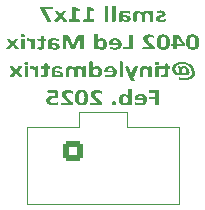
<source format=gbr>
%TF.GenerationSoftware,KiCad,Pcbnew,8.0.8*%
%TF.CreationDate,2025-02-26T00:32:30+01:00*%
%TF.ProjectId,matrixSAO,6d617472-6978-4534-914f-2e6b69636164,rev?*%
%TF.SameCoordinates,Original*%
%TF.FileFunction,Legend,Bot*%
%TF.FilePolarity,Positive*%
%FSLAX46Y46*%
G04 Gerber Fmt 4.6, Leading zero omitted, Abs format (unit mm)*
G04 Created by KiCad (PCBNEW 8.0.8) date 2025-02-26 00:32:30*
%MOMM*%
%LPD*%
G01*
G04 APERTURE LIST*
G04 Aperture macros list*
%AMRoundRect*
0 Rectangle with rounded corners*
0 $1 Rounding radius*
0 $2 $3 $4 $5 $6 $7 $8 $9 X,Y pos of 4 corners*
0 Add a 4 corners polygon primitive as box body*
4,1,4,$2,$3,$4,$5,$6,$7,$8,$9,$2,$3,0*
0 Add four circle primitives for the rounded corners*
1,1,$1+$1,$2,$3*
1,1,$1+$1,$4,$5*
1,1,$1+$1,$6,$7*
1,1,$1+$1,$8,$9*
0 Add four rect primitives between the rounded corners*
20,1,$1+$1,$2,$3,$4,$5,0*
20,1,$1+$1,$4,$5,$6,$7,0*
20,1,$1+$1,$6,$7,$8,$9,0*
20,1,$1+$1,$8,$9,$2,$3,0*%
G04 Aperture macros list end*
%ADD10C,0.250000*%
%ADD11C,0.120000*%
%ADD12RoundRect,0.250000X-0.600000X0.600000X-0.600000X-0.600000X0.600000X-0.600000X0.600000X0.600000X0*%
%ADD13C,1.700000*%
G04 APERTURE END LIST*
D10*
G36*
X82484969Y-116679106D02*
G01*
X82493518Y-116747579D01*
X82519163Y-116807333D01*
X82569864Y-116866845D01*
X82616189Y-116900341D01*
X82693696Y-116936321D01*
X82764078Y-116956077D01*
X82852875Y-116970182D01*
X82942916Y-116974865D01*
X82949153Y-116974884D01*
X83036427Y-116970460D01*
X83064130Y-116967019D01*
X83148238Y-116950826D01*
X83162010Y-116947187D01*
X83234245Y-116922225D01*
X83276133Y-116898631D01*
X83296649Y-116865805D01*
X83303915Y-116801178D01*
X83301778Y-116756384D01*
X83294512Y-116729371D01*
X83282117Y-116715693D01*
X83264165Y-116712274D01*
X83225269Y-116725951D01*
X83160728Y-116755700D01*
X83080824Y-116783144D01*
X83071396Y-116785791D01*
X82986766Y-116798934D01*
X82955137Y-116799810D01*
X82882474Y-116793314D01*
X82826909Y-116774165D01*
X82791433Y-116742364D01*
X82779465Y-116698254D01*
X82801691Y-116649015D01*
X82860676Y-116613111D01*
X82941121Y-116585224D01*
X82944024Y-116584388D01*
X83026770Y-116558956D01*
X83038912Y-116554981D01*
X83116269Y-116525150D01*
X83133800Y-116517368D01*
X83205004Y-116475020D01*
X83216721Y-116465735D01*
X83266860Y-116407600D01*
X83275705Y-116391876D01*
X83295761Y-116324554D01*
X83297931Y-116288610D01*
X83287384Y-116219422D01*
X83268012Y-116176112D01*
X83219893Y-116117875D01*
X83181244Y-116088575D01*
X83105506Y-116051199D01*
X83043614Y-116032155D01*
X82957487Y-116017024D01*
X82867816Y-116012000D01*
X82861531Y-116011981D01*
X82775558Y-116016693D01*
X82763650Y-116018136D01*
X82679724Y-116032286D01*
X82677310Y-116032839D01*
X82612769Y-116052330D01*
X82574728Y-116070110D01*
X82558486Y-116085156D01*
X82551220Y-116102937D01*
X82546946Y-116128582D01*
X82545236Y-116166196D01*
X82546946Y-116209622D01*
X82552930Y-116235951D01*
X82564470Y-116249287D01*
X82581140Y-116252706D01*
X82615334Y-116242448D01*
X82672181Y-116219880D01*
X82751682Y-116197654D01*
X82836545Y-116187313D01*
X82854264Y-116187054D01*
X82925217Y-116193551D01*
X82974371Y-116211674D01*
X83003436Y-116239371D01*
X83012839Y-116273223D01*
X82990185Y-116323146D01*
X82929919Y-116358366D01*
X82851179Y-116385414D01*
X82845288Y-116387089D01*
X82764201Y-116411540D01*
X82749118Y-116416496D01*
X82670784Y-116445667D01*
X82652947Y-116453425D01*
X82582210Y-116493866D01*
X82567890Y-116505058D01*
X82517056Y-116562638D01*
X82508050Y-116578233D01*
X82486795Y-116647486D01*
X82484969Y-116679106D01*
G37*
G36*
X80558137Y-116915044D02*
G01*
X80565404Y-116931799D01*
X80589767Y-116943425D01*
X80635501Y-116950606D01*
X80708591Y-116953000D01*
X80782963Y-116950606D01*
X80829125Y-116943767D01*
X80853488Y-116932141D01*
X80859899Y-116915386D01*
X80859899Y-116419231D01*
X80868324Y-116349178D01*
X80870158Y-116342637D01*
X80901360Y-116283139D01*
X80954360Y-116244500D01*
X81030442Y-116230822D01*
X81115781Y-116250858D01*
X81139863Y-116263648D01*
X81205003Y-116310099D01*
X81259969Y-116359392D01*
X81259969Y-116915386D01*
X81267235Y-116932141D01*
X81292026Y-116943767D01*
X81338188Y-116950606D01*
X81410423Y-116953000D01*
X81483940Y-116950606D01*
X81530102Y-116943767D01*
X81554465Y-116932141D01*
X81561731Y-116915386D01*
X81561731Y-116419231D01*
X81570156Y-116349178D01*
X81571989Y-116342637D01*
X81602764Y-116283139D01*
X81655337Y-116244500D01*
X81731419Y-116230822D01*
X81814366Y-116249287D01*
X81842122Y-116263648D01*
X81906857Y-116310099D01*
X81960946Y-116359392D01*
X81960946Y-116915386D01*
X81968212Y-116932141D01*
X81993003Y-116943767D01*
X82039165Y-116950606D01*
X82112682Y-116953000D01*
X82186199Y-116950606D01*
X82232361Y-116943767D01*
X82256724Y-116931799D01*
X82263990Y-116915044D01*
X82263990Y-116071820D01*
X82258006Y-116055065D01*
X82236635Y-116043439D01*
X82196030Y-116036258D01*
X82134053Y-116033865D01*
X82070367Y-116036258D01*
X82031471Y-116043439D01*
X82011382Y-116055065D01*
X82005398Y-116071478D01*
X82005398Y-116168931D01*
X81944378Y-116119703D01*
X81878040Y-116076506D01*
X81828444Y-116051304D01*
X81749554Y-116024423D01*
X81661761Y-116012326D01*
X81643797Y-116011981D01*
X81555406Y-116017810D01*
X81524545Y-116023265D01*
X81443322Y-116049366D01*
X81430084Y-116055749D01*
X81364416Y-116100856D01*
X81358704Y-116106356D01*
X81312198Y-116165273D01*
X81308268Y-116172009D01*
X81245796Y-116121814D01*
X81213807Y-116099517D01*
X81142462Y-116058853D01*
X81122766Y-116049936D01*
X81040998Y-116023373D01*
X81032579Y-116021555D01*
X80946126Y-116012018D01*
X80940255Y-116011981D01*
X80853219Y-116017478D01*
X80769577Y-116037225D01*
X80760309Y-116040704D01*
X80686664Y-116079232D01*
X80641913Y-116118324D01*
X80599192Y-116178635D01*
X80577371Y-116232874D01*
X80562946Y-116300407D01*
X80558137Y-116371702D01*
X80558137Y-116915044D01*
G37*
G36*
X79880217Y-116012870D02*
G01*
X79969573Y-116019503D01*
X80006268Y-116023921D01*
X80092671Y-116038652D01*
X80109958Y-116042335D01*
X80191407Y-116063956D01*
X80250391Y-116092337D01*
X80273045Y-116124821D01*
X80279029Y-116173718D01*
X80275609Y-116215777D01*
X80265351Y-116247577D01*
X80248254Y-116267752D01*
X80224746Y-116274591D01*
X80175165Y-116260913D01*
X80098655Y-116230822D01*
X80074933Y-116222787D01*
X79993509Y-116200732D01*
X79946666Y-116192397D01*
X79858443Y-116187054D01*
X79847789Y-116187141D01*
X79761845Y-116196970D01*
X79699441Y-116227745D01*
X79665674Y-116279720D01*
X79664432Y-116283651D01*
X79655416Y-116352553D01*
X79655416Y-116405896D01*
X79760135Y-116405896D01*
X79837699Y-116407275D01*
X79925061Y-116412708D01*
X80011033Y-116423334D01*
X80024412Y-116425545D01*
X80110303Y-116445133D01*
X80191834Y-116476335D01*
X80248541Y-116511416D01*
X80301255Y-116567291D01*
X80328824Y-116627302D01*
X80338013Y-116697228D01*
X80333287Y-116750306D01*
X80309376Y-116817933D01*
X80286666Y-116851451D01*
X80228165Y-116904444D01*
X80186091Y-116928198D01*
X80104212Y-116957103D01*
X80034194Y-116969865D01*
X79947347Y-116974884D01*
X79928118Y-116974580D01*
X79842753Y-116965137D01*
X79759280Y-116940348D01*
X79748773Y-116935944D01*
X79674548Y-116897380D01*
X79608399Y-116849050D01*
X79608399Y-116917438D01*
X79598141Y-116938638D01*
X79563519Y-116949580D01*
X79484446Y-116953000D01*
X79408364Y-116949922D01*
X79370323Y-116938980D01*
X79358355Y-116917780D01*
X79358355Y-116700990D01*
X79655416Y-116700990D01*
X79693121Y-116731624D01*
X79763982Y-116774849D01*
X79794846Y-116786915D01*
X79881096Y-116799810D01*
X79921048Y-116797457D01*
X79999493Y-116770062D01*
X80018193Y-116753648D01*
X80042235Y-116687996D01*
X80027275Y-116633286D01*
X79979831Y-116592595D01*
X79977782Y-116591556D01*
X79895629Y-116567633D01*
X79857547Y-116562766D01*
X79770820Y-116559085D01*
X79655416Y-116559085D01*
X79655416Y-116700990D01*
X79358355Y-116700990D01*
X79358355Y-116346740D01*
X79358459Y-116335891D01*
X79364980Y-116265187D01*
X79384856Y-116195602D01*
X79414016Y-116144402D01*
X79469058Y-116091653D01*
X79534775Y-116056262D01*
X79616520Y-116031471D01*
X79657362Y-116023877D01*
X79742544Y-116014722D01*
X79831942Y-116011981D01*
X79880217Y-116012870D01*
G37*
G36*
X78760388Y-116914702D02*
G01*
X78767654Y-116931457D01*
X78792445Y-116943425D01*
X78838607Y-116950606D01*
X78912124Y-116953000D01*
X78985641Y-116950606D01*
X79031803Y-116943425D01*
X79056166Y-116931457D01*
X79063432Y-116914702D01*
X79063432Y-115659099D01*
X79056166Y-115642002D01*
X79031803Y-115629008D01*
X78985641Y-115621143D01*
X78912124Y-115618066D01*
X78838607Y-115621143D01*
X78792445Y-115629008D01*
X78767654Y-115642002D01*
X78760388Y-115659099D01*
X78760388Y-116914702D01*
G37*
G36*
X78158573Y-116914702D02*
G01*
X78165840Y-116931457D01*
X78190630Y-116943425D01*
X78236792Y-116950606D01*
X78310309Y-116953000D01*
X78383826Y-116950606D01*
X78429988Y-116943425D01*
X78454352Y-116931457D01*
X78461618Y-116914702D01*
X78461618Y-115659099D01*
X78454352Y-115642002D01*
X78429988Y-115629008D01*
X78383826Y-115621143D01*
X78310309Y-115618066D01*
X78236792Y-115621143D01*
X78190630Y-115629008D01*
X78165840Y-115642002D01*
X78158573Y-115659099D01*
X78158573Y-116914702D01*
G37*
G36*
X76322356Y-116855889D02*
G01*
X76326203Y-116902050D01*
X76336461Y-116932141D01*
X76351421Y-116948212D01*
X76370227Y-116953000D01*
X77228497Y-116953000D01*
X77246876Y-116948212D01*
X77261836Y-116932141D01*
X77272094Y-116902050D01*
X77275513Y-116855889D01*
X77272521Y-116809043D01*
X77263118Y-116778268D01*
X77248158Y-116761513D01*
X77228497Y-116756042D01*
X76939130Y-116756042D01*
X76939130Y-115946328D01*
X77189174Y-116055749D01*
X77234481Y-116068743D01*
X77261836Y-116062930D01*
X77275941Y-116035233D01*
X77279360Y-115979838D01*
X77278078Y-115942909D01*
X77272094Y-115917947D01*
X77259271Y-115900850D01*
X77236190Y-115886831D01*
X76901944Y-115717912D01*
X76886984Y-115711757D01*
X76863476Y-115707996D01*
X76825435Y-115706286D01*
X76764741Y-115705602D01*
X76690796Y-115706970D01*
X76648481Y-115711757D01*
X76629247Y-115720990D01*
X76624118Y-115735351D01*
X76624118Y-116756042D01*
X76370655Y-116756042D01*
X76350566Y-116761513D01*
X76335178Y-116778268D01*
X76325348Y-116809043D01*
X76322356Y-116855889D01*
G37*
G36*
X75081114Y-116855889D02*
G01*
X75084960Y-116902050D01*
X75095219Y-116932141D01*
X75110178Y-116948212D01*
X75128985Y-116953000D01*
X75987255Y-116953000D01*
X76005634Y-116948212D01*
X76020594Y-116932141D01*
X76030852Y-116902050D01*
X76034271Y-116855889D01*
X76031279Y-116809043D01*
X76021876Y-116778268D01*
X76006916Y-116761513D01*
X75987255Y-116756042D01*
X75697888Y-116756042D01*
X75697888Y-115946328D01*
X75947931Y-116055749D01*
X75993238Y-116068743D01*
X76020594Y-116062930D01*
X76034699Y-116035233D01*
X76038118Y-115979838D01*
X76036836Y-115942909D01*
X76030852Y-115917947D01*
X76018029Y-115900850D01*
X75994948Y-115886831D01*
X75660702Y-115717912D01*
X75645742Y-115711757D01*
X75622234Y-115707996D01*
X75584193Y-115706286D01*
X75523498Y-115705602D01*
X75449554Y-115706970D01*
X75407239Y-115711757D01*
X75388005Y-115720990D01*
X75382876Y-115735351D01*
X75382876Y-116756042D01*
X75129413Y-116756042D01*
X75109324Y-116761513D01*
X75093936Y-116778268D01*
X75084106Y-116809043D01*
X75081114Y-116855889D01*
G37*
G36*
X73891590Y-116898289D02*
G01*
X73882614Y-116924618D01*
X73900138Y-116941715D01*
X73951857Y-116950606D01*
X74040597Y-116952997D01*
X74044181Y-116953000D01*
X74131375Y-116951632D01*
X74183094Y-116946161D01*
X74210876Y-116935561D01*
X74224554Y-116919831D01*
X74422879Y-116620292D01*
X74621204Y-116919831D01*
X74634454Y-116935561D01*
X74660527Y-116946161D01*
X74709254Y-116951632D01*
X74790892Y-116953000D01*
X74875095Y-116950606D01*
X74920829Y-116941715D01*
X74935789Y-116924618D01*
X74925531Y-116898289D01*
X74628471Y-116483174D01*
X74902450Y-116093362D01*
X74913990Y-116064639D01*
X74899031Y-116046175D01*
X74849022Y-116036942D01*
X74763119Y-116033877D01*
X74755843Y-116033865D01*
X74671213Y-116035233D01*
X74621204Y-116039678D01*
X74594704Y-116048568D01*
X74580171Y-116064297D01*
X74389113Y-116346056D01*
X74199336Y-116064297D01*
X74188650Y-116050962D01*
X74165997Y-116041387D01*
X74123254Y-116035916D01*
X74049310Y-116033865D01*
X73964680Y-116035916D01*
X73918945Y-116044465D01*
X73905695Y-116062930D01*
X73919372Y-116093362D01*
X74186086Y-116476335D01*
X73891590Y-116898289D01*
G37*
G36*
X72701639Y-115812288D02*
G01*
X72704203Y-115860843D01*
X72710615Y-115899140D01*
X72722155Y-115932993D01*
X72738825Y-115966845D01*
X73250880Y-116913676D01*
X73269686Y-116933851D01*
X73301316Y-116945819D01*
X73353889Y-116951632D01*
X73432535Y-116953000D01*
X73518531Y-116950742D01*
X73533408Y-116949580D01*
X73588118Y-116938980D01*
X73606925Y-116920857D01*
X73598376Y-116893502D01*
X73047853Y-115924444D01*
X73701813Y-115924444D01*
X73739854Y-115898115D01*
X73752056Y-115827953D01*
X73752249Y-115813997D01*
X73748830Y-115764758D01*
X73738572Y-115730564D01*
X73722757Y-115711415D01*
X73701813Y-115705602D01*
X72777293Y-115705602D01*
X72741389Y-115709022D01*
X72718736Y-115724067D01*
X72705913Y-115756551D01*
X72701639Y-115812288D01*
G37*
G36*
X85667965Y-118040159D02*
G01*
X85759717Y-118055304D01*
X85840256Y-118081196D01*
X85892001Y-118106243D01*
X85960102Y-118153111D01*
X86016782Y-118211133D01*
X86020993Y-118216469D01*
X86062523Y-118279831D01*
X86092652Y-118344867D01*
X86115517Y-118416981D01*
X86127342Y-118471115D01*
X86138278Y-118544610D01*
X86143968Y-118613618D01*
X86145865Y-118686088D01*
X86145008Y-118741402D01*
X86141201Y-118811714D01*
X86133278Y-118886114D01*
X86121501Y-118955537D01*
X86104683Y-119019577D01*
X86076321Y-119089989D01*
X86035589Y-119156939D01*
X86002116Y-119195728D01*
X85941789Y-119244855D01*
X85869321Y-119283115D01*
X85856015Y-119288415D01*
X85775136Y-119311454D01*
X85690303Y-119323422D01*
X85604744Y-119326884D01*
X85511195Y-119322476D01*
X85419283Y-119307445D01*
X85338886Y-119281748D01*
X85286954Y-119256551D01*
X85218673Y-119209539D01*
X85161932Y-119151468D01*
X85157722Y-119146134D01*
X85116311Y-119082867D01*
X85086467Y-119018058D01*
X85064052Y-118946304D01*
X85052227Y-118892255D01*
X85041291Y-118818675D01*
X85035601Y-118749411D01*
X85034043Y-118689508D01*
X85352136Y-118689508D01*
X85353075Y-118755970D01*
X85356411Y-118824574D01*
X85360208Y-118865199D01*
X85372225Y-118934678D01*
X85376648Y-118952478D01*
X85401718Y-119020163D01*
X85402848Y-119022459D01*
X85446597Y-119081371D01*
X85509856Y-119117958D01*
X85592777Y-119129926D01*
X85615547Y-119129193D01*
X85699633Y-119109068D01*
X85723352Y-119094874D01*
X85772295Y-119036235D01*
X85774044Y-119032951D01*
X85799298Y-118966403D01*
X85813755Y-118896381D01*
X85814570Y-118890823D01*
X85822334Y-118817140D01*
X85825957Y-118745894D01*
X85827005Y-118674120D01*
X85826494Y-118627275D01*
X85823238Y-118553135D01*
X85816320Y-118481608D01*
X85802426Y-118410041D01*
X85778279Y-118343464D01*
X85761611Y-118314496D01*
X85705189Y-118260373D01*
X85673692Y-118245767D01*
X85587647Y-118232676D01*
X85513276Y-118241566D01*
X85453009Y-118270973D01*
X85408129Y-118327051D01*
X85399126Y-118345473D01*
X85376927Y-118412536D01*
X85367016Y-118460286D01*
X85358120Y-118531873D01*
X85356718Y-118549296D01*
X85353124Y-118620437D01*
X85352136Y-118689508D01*
X85034043Y-118689508D01*
X85033705Y-118676514D01*
X85034561Y-118621200D01*
X85038368Y-118550888D01*
X85046291Y-118476488D01*
X85058068Y-118407065D01*
X85074473Y-118343024D01*
X85102513Y-118272613D01*
X85143125Y-118205662D01*
X85176465Y-118166874D01*
X85236892Y-118117746D01*
X85309821Y-118079487D01*
X85323178Y-118074187D01*
X85404282Y-118051148D01*
X85489233Y-118039180D01*
X85574825Y-118035718D01*
X85667965Y-118040159D01*
G37*
G36*
X84194844Y-118057620D02*
G01*
X84280582Y-118059654D01*
X84346405Y-118065809D01*
X84386583Y-118076409D01*
X84406672Y-118091113D01*
X84890090Y-118770205D01*
X84910179Y-118804399D01*
X84922147Y-118838251D01*
X84928131Y-118878600D01*
X84929840Y-118930917D01*
X84925566Y-118990073D01*
X84912316Y-119024267D01*
X84890090Y-119039312D01*
X84860170Y-119042390D01*
X84264767Y-119042390D01*
X84264767Y-119266702D01*
X84258356Y-119283457D01*
X84234420Y-119295425D01*
X84187403Y-119302606D01*
X84114741Y-119305000D01*
X84040369Y-119302606D01*
X83993352Y-119295425D01*
X83968134Y-119283457D01*
X83960868Y-119266702D01*
X83960868Y-119042390D01*
X83822810Y-119042390D01*
X83788616Y-119017770D01*
X83786324Y-119012888D01*
X83775793Y-118944937D01*
X83775848Y-118938346D01*
X83789898Y-118868342D01*
X83822810Y-118845432D01*
X83960868Y-118845432D01*
X84264767Y-118845432D01*
X84677232Y-118845432D01*
X84267332Y-118276444D01*
X84264767Y-118276444D01*
X84264767Y-118845432D01*
X83960868Y-118845432D01*
X83960868Y-118098977D01*
X83972836Y-118080854D01*
X84010877Y-118067861D01*
X84080120Y-118059996D01*
X84096939Y-118059183D01*
X84184411Y-118057602D01*
X84194844Y-118057620D01*
G37*
G36*
X83185481Y-118040159D02*
G01*
X83277232Y-118055304D01*
X83357771Y-118081196D01*
X83409516Y-118106243D01*
X83477617Y-118153111D01*
X83534298Y-118211133D01*
X83538509Y-118216469D01*
X83580039Y-118279831D01*
X83610167Y-118344867D01*
X83633033Y-118416981D01*
X83644858Y-118471115D01*
X83655793Y-118544610D01*
X83661484Y-118613618D01*
X83663380Y-118686088D01*
X83662524Y-118741402D01*
X83658717Y-118811714D01*
X83650794Y-118886114D01*
X83639017Y-118955537D01*
X83622198Y-119019577D01*
X83593837Y-119089989D01*
X83553105Y-119156939D01*
X83519632Y-119195728D01*
X83459305Y-119244855D01*
X83386836Y-119283115D01*
X83373531Y-119288415D01*
X83292652Y-119311454D01*
X83207818Y-119323422D01*
X83122260Y-119326884D01*
X83028711Y-119322476D01*
X82936799Y-119307445D01*
X82856402Y-119281748D01*
X82804470Y-119256551D01*
X82736189Y-119209539D01*
X82679448Y-119151468D01*
X82675238Y-119146134D01*
X82633827Y-119082867D01*
X82603982Y-119018058D01*
X82581568Y-118946304D01*
X82569743Y-118892255D01*
X82558807Y-118818675D01*
X82553117Y-118749411D01*
X82551558Y-118689508D01*
X82869652Y-118689508D01*
X82870591Y-118755970D01*
X82873926Y-118824574D01*
X82877723Y-118865199D01*
X82889741Y-118934678D01*
X82894164Y-118952478D01*
X82919233Y-119020163D01*
X82920364Y-119022459D01*
X82964113Y-119081371D01*
X83027372Y-119117958D01*
X83110292Y-119129926D01*
X83133063Y-119129193D01*
X83217149Y-119109068D01*
X83240868Y-119094874D01*
X83289811Y-119036235D01*
X83291559Y-119032951D01*
X83316814Y-118966403D01*
X83331271Y-118896381D01*
X83332086Y-118890823D01*
X83339850Y-118817140D01*
X83343473Y-118745894D01*
X83344521Y-118674120D01*
X83344010Y-118627275D01*
X83340754Y-118553135D01*
X83333836Y-118481608D01*
X83319942Y-118410041D01*
X83295795Y-118343464D01*
X83279126Y-118314496D01*
X83222705Y-118260373D01*
X83191207Y-118245767D01*
X83105163Y-118232676D01*
X83030791Y-118241566D01*
X82970524Y-118270973D01*
X82925645Y-118327051D01*
X82916642Y-118345473D01*
X82894443Y-118412536D01*
X82884532Y-118460286D01*
X82875636Y-118531873D01*
X82874233Y-118549296D01*
X82870640Y-118620437D01*
X82869652Y-118689508D01*
X82551558Y-118689508D01*
X82551220Y-118676514D01*
X82552077Y-118621200D01*
X82555884Y-118550888D01*
X82563806Y-118476488D01*
X82575584Y-118407065D01*
X82591989Y-118343024D01*
X82620029Y-118272613D01*
X82660641Y-118205662D01*
X82693980Y-118166874D01*
X82754408Y-118117746D01*
X82827337Y-118079487D01*
X82840694Y-118074187D01*
X82921798Y-118051148D01*
X83006749Y-118039180D01*
X83092340Y-118035718D01*
X83185481Y-118040159D01*
G37*
G36*
X81341180Y-119206179D02*
G01*
X81344172Y-119251999D01*
X81353148Y-119282773D01*
X81368963Y-119299870D01*
X81390334Y-119305000D01*
X82284935Y-119305000D01*
X82330242Y-119301238D01*
X82361871Y-119286877D01*
X82379396Y-119255418D01*
X82384525Y-119202418D01*
X82381105Y-119149417D01*
X82367855Y-119110436D01*
X82343064Y-119076584D01*
X82304169Y-119040680D01*
X82034891Y-118799270D01*
X81974751Y-118746791D01*
X81918157Y-118691148D01*
X81905381Y-118677198D01*
X81856635Y-118618017D01*
X81828445Y-118576325D01*
X81796628Y-118511827D01*
X81790404Y-118492208D01*
X81780186Y-118423707D01*
X81780146Y-118419375D01*
X81792968Y-118355432D01*
X81830154Y-118302773D01*
X81892131Y-118267554D01*
X81976614Y-118254573D01*
X81979753Y-118254560D01*
X82065884Y-118260303D01*
X82105416Y-118267896D01*
X82185573Y-118291823D01*
X82201587Y-118297986D01*
X82270830Y-118328419D01*
X82314000Y-118342096D01*
X82332379Y-118336625D01*
X82345202Y-118318503D01*
X82352895Y-118283967D01*
X82355887Y-118231308D01*
X82354177Y-118196088D01*
X82349048Y-118171468D01*
X82339218Y-118153004D01*
X82318274Y-118134197D01*
X82262709Y-118106500D01*
X82181519Y-118078622D01*
X82163546Y-118073674D01*
X82080974Y-118054789D01*
X82033609Y-118046660D01*
X81947243Y-118037524D01*
X81885720Y-118035718D01*
X81799006Y-118039180D01*
X81708779Y-118051971D01*
X81673717Y-118060338D01*
X81595221Y-118087626D01*
X81522836Y-118128726D01*
X81464773Y-118183159D01*
X81433077Y-118232676D01*
X81410065Y-118299224D01*
X81403584Y-118362271D01*
X81408708Y-118434231D01*
X81418117Y-118482634D01*
X81444338Y-118552105D01*
X81478384Y-118610177D01*
X81525309Y-118672831D01*
X81577121Y-118731014D01*
X81607039Y-118761657D01*
X81664123Y-118815980D01*
X81724493Y-118869325D01*
X81785307Y-118920284D01*
X81826735Y-118953827D01*
X82008391Y-119108042D01*
X81395463Y-119108042D01*
X81373237Y-119113513D01*
X81355713Y-119130610D01*
X81345027Y-119161385D01*
X81341180Y-119206179D01*
G37*
G36*
X79671231Y-119194211D02*
G01*
X79674223Y-119245160D01*
X79683199Y-119279354D01*
X79698159Y-119299187D01*
X79719102Y-119305000D01*
X80432047Y-119305000D01*
X80498726Y-119286535D01*
X80525653Y-119225327D01*
X80525653Y-118097951D01*
X80517960Y-118080854D01*
X80491887Y-118068203D01*
X80443588Y-118060680D01*
X80367079Y-118057602D01*
X80290142Y-118060680D01*
X80242271Y-118068203D01*
X80216625Y-118080512D01*
X80208504Y-118097609D01*
X80208504Y-119086158D01*
X79719102Y-119086158D01*
X79698159Y-119091629D01*
X79683199Y-119109752D01*
X79674223Y-119143262D01*
X79671231Y-119194211D01*
G37*
G36*
X79077753Y-118365584D02*
G01*
X79165469Y-118375794D01*
X79252354Y-118397491D01*
X79289420Y-118411115D01*
X79362306Y-118447892D01*
X79425034Y-118494602D01*
X79454460Y-118523769D01*
X79500535Y-118585056D01*
X79533173Y-118649842D01*
X79554344Y-118715277D01*
X79566727Y-118786044D01*
X79570359Y-118855006D01*
X79567552Y-118919919D01*
X79556501Y-118992717D01*
X79534882Y-119063932D01*
X79522899Y-119090971D01*
X79483341Y-119154320D01*
X79427171Y-119211308D01*
X79403742Y-119228756D01*
X79329036Y-119269970D01*
X79247653Y-119298161D01*
X79169409Y-119314514D01*
X79082782Y-119324079D01*
X78996754Y-119326884D01*
X78934059Y-119325416D01*
X78848010Y-119317993D01*
X78809865Y-119312941D01*
X78724057Y-119297819D01*
X78717349Y-119296321D01*
X78635153Y-119273541D01*
X78592410Y-119254734D01*
X78579587Y-119241399D01*
X78572749Y-119223960D01*
X78568902Y-119198998D01*
X78567620Y-119163778D01*
X78569329Y-119125139D01*
X78576168Y-119101203D01*
X78588136Y-119089577D01*
X78606088Y-119086158D01*
X78653105Y-119096416D01*
X78725767Y-119118984D01*
X78745805Y-119124272D01*
X78830059Y-119141552D01*
X78881923Y-119148194D01*
X78969399Y-119151810D01*
X79015890Y-119150208D01*
X79103183Y-119135397D01*
X79123459Y-119128713D01*
X79194652Y-119087526D01*
X79209252Y-119073124D01*
X79246370Y-119011273D01*
X79254936Y-118982095D01*
X79262613Y-118911085D01*
X78609935Y-118911085D01*
X78541974Y-118889884D01*
X78517183Y-118824232D01*
X78517183Y-118785593D01*
X78517886Y-118757896D01*
X78810397Y-118757896D01*
X79262613Y-118757896D01*
X79261215Y-118741034D01*
X79245088Y-118672411D01*
X79242167Y-118665002D01*
X79201918Y-118602997D01*
X79198335Y-118599369D01*
X79130966Y-118556493D01*
X79117243Y-118551469D01*
X79030521Y-118539054D01*
X79016488Y-118539282D01*
X78931251Y-118553672D01*
X78861688Y-118597526D01*
X78843215Y-118620875D01*
X78816007Y-118687418D01*
X78810397Y-118757896D01*
X78517886Y-118757896D01*
X78517893Y-118757601D01*
X78526380Y-118687871D01*
X78546248Y-118617700D01*
X78549957Y-118608122D01*
X78585964Y-118541479D01*
X78636435Y-118484002D01*
X78648200Y-118473639D01*
X78716151Y-118428319D01*
X78793300Y-118395781D01*
X78850026Y-118380409D01*
X78935337Y-118367738D01*
X79023255Y-118363981D01*
X79077753Y-118365584D01*
G37*
G36*
X77481960Y-117973143D02*
G01*
X77528122Y-117981350D01*
X77552058Y-117994344D01*
X77558469Y-118011782D01*
X77558469Y-118478872D01*
X77562985Y-118475373D01*
X77631025Y-118429291D01*
X77704221Y-118393387D01*
X77781585Y-118371332D01*
X77867497Y-118363981D01*
X77902524Y-118364824D01*
X77987636Y-118374908D01*
X78069669Y-118398517D01*
X78080510Y-118402950D01*
X78154686Y-118443607D01*
X78216276Y-118497337D01*
X78234020Y-118517979D01*
X78276375Y-118582793D01*
X78306035Y-118652236D01*
X78323313Y-118717321D01*
X78333419Y-118787982D01*
X78336383Y-118857058D01*
X78335237Y-118898072D01*
X78327944Y-118966401D01*
X78312447Y-119037602D01*
X78305902Y-119058642D01*
X78275842Y-119127065D01*
X78234656Y-119187372D01*
X78227855Y-119195263D01*
X78169082Y-119247977D01*
X78096597Y-119289270D01*
X78063524Y-119302053D01*
X77975950Y-119321594D01*
X77889296Y-119326884D01*
X77861934Y-119326269D01*
X77771111Y-119314442D01*
X77687979Y-119287561D01*
X77648537Y-119268851D01*
X77577349Y-119226118D01*
X77514017Y-119177456D01*
X77514017Y-119268412D01*
X77507606Y-119285167D01*
X77485807Y-119296793D01*
X77446911Y-119303290D01*
X77384080Y-119305000D01*
X77323813Y-119303290D01*
X77284490Y-119296451D01*
X77263973Y-119284483D01*
X77257989Y-119266702D01*
X77257989Y-118701817D01*
X77558469Y-118701817D01*
X77558469Y-118985286D01*
X77572684Y-118999855D01*
X77629422Y-119052990D01*
X77692681Y-119097784D01*
X77752520Y-119122404D01*
X77813214Y-119129926D01*
X77836010Y-119129073D01*
X77917079Y-119105648D01*
X77931750Y-119095851D01*
X77982475Y-119040338D01*
X77996408Y-119013624D01*
X78017951Y-118947330D01*
X78024035Y-118911274D01*
X78028637Y-118840645D01*
X78027426Y-118808394D01*
X78016241Y-118739089D01*
X78009029Y-118714897D01*
X77977773Y-118649501D01*
X77969218Y-118637292D01*
X77908958Y-118585216D01*
X77892358Y-118576965D01*
X77807231Y-118560938D01*
X77759285Y-118566035D01*
X77682850Y-118597184D01*
X77679131Y-118599480D01*
X77614253Y-118648130D01*
X77558469Y-118701817D01*
X77257989Y-118701817D01*
X77257989Y-118011099D01*
X77265256Y-117994002D01*
X77289191Y-117981350D01*
X77334926Y-117973143D01*
X77408443Y-117970066D01*
X77481960Y-117973143D01*
G37*
G36*
X74575470Y-119264651D02*
G01*
X74582309Y-119282090D01*
X74606245Y-119294399D01*
X74652407Y-119302264D01*
X74725496Y-119305000D01*
X74798159Y-119302264D01*
X74843466Y-119294399D01*
X74867401Y-119282090D01*
X74874668Y-119264651D01*
X74874668Y-118254560D01*
X74877232Y-118254560D01*
X75328166Y-119263625D01*
X75343980Y-119284483D01*
X75373473Y-119297477D01*
X75420917Y-119303632D01*
X75490160Y-119305000D01*
X75560257Y-119302606D01*
X75607702Y-119295083D01*
X75637194Y-119282090D01*
X75651299Y-119263625D01*
X76086418Y-118254560D01*
X76088982Y-118254560D01*
X76088982Y-119264651D01*
X76095821Y-119282090D01*
X76120184Y-119294399D01*
X76166346Y-119302264D01*
X76239008Y-119305000D01*
X76311671Y-119302264D01*
X76357832Y-119294399D01*
X76381768Y-119282090D01*
X76388180Y-119264651D01*
X76388180Y-118158475D01*
X76365054Y-118092270D01*
X76355695Y-118083590D01*
X76276004Y-118057704D01*
X76269355Y-118057602D01*
X76062482Y-118057602D01*
X75975109Y-118063500D01*
X75967593Y-118064783D01*
X75899205Y-118088719D01*
X75850906Y-118132829D01*
X75818053Y-118198024D01*
X75817140Y-118200533D01*
X75480756Y-118940491D01*
X75476055Y-118940491D01*
X75127276Y-118202585D01*
X75095369Y-118138050D01*
X75093082Y-118134539D01*
X75049912Y-118089403D01*
X74991355Y-118064783D01*
X74913136Y-118057602D01*
X74700706Y-118057602D01*
X74644713Y-118064441D01*
X74606245Y-118083932D01*
X74583591Y-118115732D01*
X74575470Y-118158475D01*
X74575470Y-119264651D01*
G37*
G36*
X73874042Y-118364870D02*
G01*
X73963398Y-118371503D01*
X74000093Y-118375921D01*
X74086496Y-118390652D01*
X74103783Y-118394335D01*
X74185231Y-118415956D01*
X74244216Y-118444337D01*
X74266869Y-118476821D01*
X74272853Y-118525718D01*
X74269434Y-118567777D01*
X74259176Y-118599577D01*
X74242079Y-118619752D01*
X74218570Y-118626591D01*
X74168989Y-118612913D01*
X74092480Y-118582822D01*
X74068758Y-118574787D01*
X73987333Y-118552732D01*
X73940490Y-118544397D01*
X73852267Y-118539054D01*
X73841613Y-118539141D01*
X73755669Y-118548970D01*
X73693265Y-118579745D01*
X73659498Y-118631720D01*
X73658256Y-118635651D01*
X73649240Y-118704553D01*
X73649240Y-118757896D01*
X73753959Y-118757896D01*
X73831523Y-118759275D01*
X73918885Y-118764708D01*
X74004858Y-118775334D01*
X74018237Y-118777545D01*
X74104127Y-118797133D01*
X74185659Y-118828335D01*
X74242366Y-118863416D01*
X74295079Y-118919291D01*
X74322648Y-118979302D01*
X74331838Y-119049228D01*
X74327112Y-119102306D01*
X74303201Y-119169933D01*
X74280491Y-119203451D01*
X74221990Y-119256444D01*
X74179915Y-119280198D01*
X74098037Y-119309103D01*
X74028019Y-119321865D01*
X73941172Y-119326884D01*
X73921942Y-119326580D01*
X73836578Y-119317137D01*
X73753105Y-119292348D01*
X73742598Y-119287944D01*
X73668372Y-119249380D01*
X73602224Y-119201050D01*
X73602224Y-119269438D01*
X73591965Y-119290638D01*
X73557344Y-119301580D01*
X73478270Y-119305000D01*
X73402189Y-119301922D01*
X73364148Y-119290980D01*
X73352180Y-119269780D01*
X73352180Y-119052990D01*
X73649240Y-119052990D01*
X73686946Y-119083624D01*
X73757806Y-119126849D01*
X73788671Y-119138915D01*
X73874921Y-119151810D01*
X73914873Y-119149457D01*
X73993317Y-119122062D01*
X74012017Y-119105648D01*
X74036060Y-119039996D01*
X74021100Y-118985286D01*
X73973656Y-118944595D01*
X73971607Y-118943556D01*
X73889453Y-118919633D01*
X73851371Y-118914766D01*
X73764645Y-118911085D01*
X73649240Y-118911085D01*
X73649240Y-119052990D01*
X73352180Y-119052990D01*
X73352180Y-118698740D01*
X73352283Y-118687891D01*
X73358805Y-118617187D01*
X73378680Y-118547602D01*
X73407840Y-118496402D01*
X73462883Y-118443653D01*
X73528600Y-118408262D01*
X73610345Y-118383471D01*
X73651186Y-118375877D01*
X73736368Y-118366722D01*
X73825767Y-118363981D01*
X73874042Y-118364870D01*
G37*
G36*
X72444757Y-119194211D02*
G01*
X72451595Y-119257470D01*
X72469120Y-119288244D01*
X72500749Y-119304316D01*
X72549903Y-119316284D01*
X72611452Y-119324148D01*
X72678131Y-119326884D01*
X72767199Y-119321672D01*
X72834568Y-119308419D01*
X72911205Y-119276239D01*
X72943562Y-119252683D01*
X72990466Y-119194472D01*
X73007248Y-119157281D01*
X73023256Y-119089995D01*
X73027764Y-119020847D01*
X73027764Y-118582822D01*
X73155992Y-118582822D01*
X73191041Y-118560254D01*
X73202962Y-118490851D01*
X73203009Y-118484344D01*
X73200017Y-118437156D01*
X73191041Y-118406723D01*
X73176081Y-118390652D01*
X73155137Y-118385865D01*
X73027764Y-118385865D01*
X73027764Y-118187198D01*
X73021353Y-118169075D01*
X72996990Y-118155739D01*
X72950400Y-118147875D01*
X72877311Y-118145139D01*
X72803794Y-118147875D01*
X72757632Y-118155739D01*
X72733269Y-118169075D01*
X72726002Y-118187198D01*
X72726002Y-118385865D01*
X72492628Y-118385865D01*
X72471684Y-118390652D01*
X72456725Y-118406723D01*
X72447749Y-118437156D01*
X72444757Y-118484344D01*
X72453920Y-118554057D01*
X72456725Y-118560254D01*
X72491773Y-118582822D01*
X72726002Y-118582822D01*
X72726002Y-118988705D01*
X72717347Y-119056914D01*
X72698647Y-119094706D01*
X72621031Y-119129066D01*
X72599912Y-119129926D01*
X72556742Y-119126507D01*
X72522548Y-119118984D01*
X72496903Y-119111120D01*
X72478523Y-119107700D01*
X72464846Y-119111120D01*
X72454587Y-119124797D01*
X72447749Y-119151468D01*
X72444757Y-119194211D01*
G37*
G36*
X71542463Y-118493918D02*
G01*
X71545027Y-118548628D01*
X71552293Y-118582138D01*
X71564689Y-118599235D01*
X71584350Y-118604023D01*
X71606149Y-118600603D01*
X71633504Y-118593422D01*
X71666416Y-118586242D01*
X71706166Y-118582822D01*
X71756602Y-118591371D01*
X71808748Y-118618384D01*
X71865168Y-118666939D01*
X71915915Y-118725318D01*
X71928427Y-118741482D01*
X71928427Y-119267044D01*
X71935694Y-119283799D01*
X71960484Y-119295767D01*
X72006646Y-119302606D01*
X72080163Y-119305000D01*
X72153680Y-119302606D01*
X72199842Y-119295767D01*
X72224205Y-119283799D01*
X72231472Y-119267044D01*
X72231472Y-118423820D01*
X72225488Y-118407065D01*
X72204116Y-118395439D01*
X72163511Y-118388258D01*
X72101534Y-118385865D01*
X72037848Y-118388258D01*
X71998952Y-118395439D01*
X71978863Y-118407407D01*
X71972880Y-118423820D01*
X71972880Y-118528796D01*
X71919927Y-118471981D01*
X71893806Y-118448098D01*
X71829142Y-118401073D01*
X71822853Y-118397491D01*
X71755320Y-118371503D01*
X71687787Y-118363981D01*
X71654448Y-118365348D01*
X71616834Y-118370136D01*
X71583495Y-118377658D01*
X71562552Y-118386549D01*
X71552721Y-118396465D01*
X71547592Y-118411852D01*
X71543745Y-118440917D01*
X71542463Y-118493918D01*
G37*
G36*
X71058190Y-119267044D02*
G01*
X71065456Y-119283799D01*
X71090247Y-119295767D01*
X71136409Y-119302606D01*
X71209926Y-119305000D01*
X71283443Y-119302606D01*
X71329605Y-119295767D01*
X71353968Y-119283799D01*
X71361234Y-119267044D01*
X71361234Y-118425530D01*
X71353968Y-118409117D01*
X71329605Y-118396807D01*
X71283443Y-118388942D01*
X71209926Y-118385865D01*
X71136409Y-118388942D01*
X71090247Y-118396807D01*
X71065456Y-118409117D01*
X71058190Y-118425530D01*
X71058190Y-119267044D01*
G37*
G36*
X71035109Y-118121203D02*
G01*
X71046875Y-118191504D01*
X71072295Y-118225837D01*
X71153730Y-118251755D01*
X71210781Y-118254560D01*
X71296266Y-118247636D01*
X71348412Y-118226863D01*
X71381082Y-118163592D01*
X71383888Y-118126332D01*
X71372257Y-118055923D01*
X71347129Y-118021357D01*
X71265676Y-117994822D01*
X71208216Y-117991950D01*
X71119375Y-117999960D01*
X71071440Y-118020331D01*
X71037983Y-118083916D01*
X71035109Y-118121203D01*
G37*
G36*
X69827634Y-119250289D02*
G01*
X69818658Y-119276618D01*
X69836182Y-119293715D01*
X69887900Y-119302606D01*
X69976640Y-119304997D01*
X69980224Y-119305000D01*
X70067419Y-119303632D01*
X70119137Y-119298161D01*
X70146920Y-119287561D01*
X70160598Y-119271831D01*
X70358923Y-118972292D01*
X70557248Y-119271831D01*
X70570498Y-119287561D01*
X70596571Y-119298161D01*
X70645298Y-119303632D01*
X70726936Y-119305000D01*
X70811138Y-119302606D01*
X70856873Y-119293715D01*
X70871833Y-119276618D01*
X70861575Y-119250289D01*
X70564514Y-118835174D01*
X70838494Y-118445362D01*
X70850034Y-118416639D01*
X70835074Y-118398175D01*
X70785065Y-118388942D01*
X70699163Y-118385877D01*
X70691887Y-118385865D01*
X70607257Y-118387233D01*
X70557248Y-118391678D01*
X70530748Y-118400568D01*
X70516215Y-118416297D01*
X70325156Y-118698056D01*
X70135380Y-118416297D01*
X70124694Y-118402962D01*
X70102040Y-118393387D01*
X70059298Y-118387916D01*
X69985353Y-118385865D01*
X69900723Y-118387916D01*
X69854989Y-118396465D01*
X69841739Y-118414930D01*
X69855416Y-118445362D01*
X70122129Y-118828335D01*
X69827634Y-119250289D01*
G37*
G36*
X84701571Y-120365856D02*
G01*
X84792700Y-120368460D01*
X84878986Y-120375406D01*
X84968309Y-120388060D01*
X85029618Y-120400156D01*
X85116672Y-120422628D01*
X85197836Y-120450293D01*
X85236079Y-120465977D01*
X85314093Y-120503753D01*
X85385476Y-120546720D01*
X85416040Y-120568146D01*
X85477520Y-120617291D01*
X85532510Y-120670161D01*
X85548158Y-120687049D01*
X85598612Y-120748263D01*
X85642358Y-120812750D01*
X85653631Y-120831626D01*
X85688880Y-120898786D01*
X85717585Y-120967648D01*
X85724517Y-120987599D01*
X85745204Y-121057929D01*
X85760327Y-121129044D01*
X85763533Y-121149347D01*
X85771387Y-121219733D01*
X85774005Y-121289072D01*
X85773264Y-121323934D01*
X85766175Y-121399130D01*
X85751580Y-121469837D01*
X85726561Y-121543133D01*
X85720415Y-121557106D01*
X85683224Y-121623003D01*
X85635264Y-121682288D01*
X85576535Y-121734962D01*
X85549874Y-121754207D01*
X85475275Y-121797176D01*
X85398429Y-121829568D01*
X85312386Y-121856009D01*
X85291981Y-121861060D01*
X85205121Y-121878008D01*
X85109872Y-121889740D01*
X85019648Y-121895729D01*
X84923002Y-121897725D01*
X84916713Y-121897719D01*
X84826190Y-121896187D01*
X84737499Y-121891570D01*
X84676832Y-121886922D01*
X84589610Y-121877893D01*
X84574196Y-121876001D01*
X84488738Y-121862163D01*
X84443431Y-121848828D01*
X84431463Y-121836518D01*
X84423769Y-121819421D01*
X84419495Y-121795485D01*
X84418213Y-121760607D01*
X84419923Y-121720258D01*
X84425479Y-121694613D01*
X84434882Y-121681961D01*
X84449415Y-121678884D01*
X84498996Y-121685722D01*
X84508306Y-121687528D01*
X84592175Y-121700768D01*
X84637575Y-121706522D01*
X84725531Y-121715471D01*
X84805780Y-121720857D01*
X84894364Y-121722652D01*
X84916358Y-121722532D01*
X85009587Y-121719016D01*
X85102152Y-121709398D01*
X85190570Y-121691877D01*
X85226410Y-121681691D01*
X85308754Y-121648877D01*
X85379919Y-121603315D01*
X85397003Y-121588387D01*
X85446487Y-121529913D01*
X85479936Y-121461752D01*
X85493780Y-121413035D01*
X85505190Y-121342526D01*
X85508574Y-121272317D01*
X85507020Y-121220733D01*
X85500453Y-121152296D01*
X85491173Y-121097908D01*
X85473953Y-121028172D01*
X85454092Y-120970204D01*
X85425226Y-120905415D01*
X85393370Y-120849932D01*
X85349999Y-120790866D01*
X85304850Y-120742094D01*
X85245280Y-120691361D01*
X85180846Y-120648704D01*
X85108077Y-120612373D01*
X85103249Y-120610293D01*
X85020783Y-120580918D01*
X84934542Y-120560056D01*
X84891258Y-120552595D01*
X84805446Y-120543600D01*
X84719975Y-120540907D01*
X84698260Y-120541026D01*
X84606574Y-120544503D01*
X84516281Y-120554014D01*
X84431036Y-120571340D01*
X84403346Y-120579295D01*
X84323504Y-120609948D01*
X84250662Y-120654431D01*
X84194028Y-120711279D01*
X84157484Y-120776504D01*
X84154275Y-120785170D01*
X84136806Y-120852209D01*
X84130983Y-120922854D01*
X84131249Y-120941585D01*
X84136540Y-121011417D01*
X84139505Y-121034284D01*
X84153209Y-121102373D01*
X84158565Y-121121790D01*
X84182702Y-121188200D01*
X84187316Y-121198308D01*
X84226726Y-121260691D01*
X84287421Y-121310614D01*
X84363930Y-121328737D01*
X84375736Y-121328443D01*
X84451125Y-121295227D01*
X84463127Y-121258575D01*
X84456681Y-121189909D01*
X84410359Y-120999107D01*
X84669539Y-120999107D01*
X84718693Y-121210084D01*
X84725609Y-121216029D01*
X84786653Y-121265136D01*
X84844356Y-121302066D01*
X84896074Y-121322582D01*
X84943518Y-121328737D01*
X84954903Y-121328443D01*
X85032423Y-121295227D01*
X85046397Y-121271699D01*
X85058923Y-121203245D01*
X85054221Y-121145115D01*
X85037979Y-121077411D01*
X85037252Y-121075233D01*
X85009342Y-121009365D01*
X84966599Y-120949526D01*
X84908042Y-120907125D01*
X84832815Y-120891054D01*
X84823689Y-120891294D01*
X84744765Y-120918409D01*
X84718135Y-120940132D01*
X84669539Y-120999107D01*
X84410359Y-120999107D01*
X84353244Y-120763852D01*
X84355809Y-120749149D01*
X84371196Y-120738891D01*
X84404535Y-120732052D01*
X84456681Y-120729658D01*
X84543876Y-120738207D01*
X84573368Y-120763852D01*
X84593884Y-120837027D01*
X84598094Y-120832881D01*
X84658426Y-120780949D01*
X84721257Y-120743678D01*
X84788790Y-120722819D01*
X84864017Y-120715981D01*
X84938922Y-120720955D01*
X85023447Y-120741968D01*
X85076814Y-120765570D01*
X85144408Y-120810014D01*
X85183401Y-120846383D01*
X85230748Y-120906441D01*
X85256691Y-120950737D01*
X85286740Y-121017914D01*
X85300765Y-121060918D01*
X85316660Y-121131096D01*
X85320999Y-121161251D01*
X85325636Y-121230942D01*
X85320507Y-121298988D01*
X85301700Y-121362589D01*
X85267506Y-121418325D01*
X85214506Y-121462778D01*
X85139706Y-121492868D01*
X85125769Y-121496021D01*
X85039689Y-121503810D01*
X84952067Y-121496288D01*
X84946667Y-121495269D01*
X84864872Y-121471326D01*
X84851093Y-121465766D01*
X84775968Y-121428242D01*
X84747709Y-121410617D01*
X84684071Y-121363615D01*
X84648595Y-121424138D01*
X84589183Y-121468249D01*
X84586901Y-121469331D01*
X84504980Y-121494920D01*
X84483358Y-121498384D01*
X84398124Y-121503810D01*
X84391973Y-121503787D01*
X84304518Y-121497741D01*
X84221170Y-121479533D01*
X84156328Y-121454653D01*
X84083539Y-121412854D01*
X84031691Y-121370119D01*
X83982239Y-121313692D01*
X83945950Y-121258108D01*
X83912996Y-121190935D01*
X83889488Y-121123915D01*
X83873673Y-121054159D01*
X83864697Y-120983121D01*
X83861705Y-120912938D01*
X83861752Y-120905245D01*
X83867312Y-120830740D01*
X83882138Y-120760642D01*
X83909150Y-120688625D01*
X83944062Y-120628419D01*
X83994614Y-120568748D01*
X84057894Y-120515946D01*
X84077299Y-120502770D01*
X84149093Y-120463020D01*
X84231823Y-120429681D01*
X84315631Y-120405157D01*
X84335484Y-120400395D01*
X84419807Y-120384420D01*
X84511984Y-120373361D01*
X84599082Y-120367716D01*
X84692192Y-120365834D01*
X84701571Y-120365856D01*
G37*
G36*
X82519591Y-120737865D02*
G01*
X82449493Y-120754962D01*
X82429404Y-120804543D01*
X82429404Y-121619044D01*
X82436671Y-121635799D01*
X82461034Y-121647425D01*
X82507196Y-121654606D01*
X82579858Y-121657000D01*
X82653802Y-121654606D01*
X82699964Y-121647425D01*
X82723900Y-121635799D01*
X82731166Y-121619044D01*
X82731166Y-120934822D01*
X83213302Y-120934822D01*
X83213302Y-121340705D01*
X83204646Y-121408914D01*
X83185947Y-121446706D01*
X83108330Y-121481066D01*
X83087211Y-121481926D01*
X83044041Y-121478507D01*
X83009847Y-121470984D01*
X82984202Y-121463120D01*
X82965823Y-121459700D01*
X82952145Y-121463120D01*
X82941887Y-121476797D01*
X82935048Y-121503468D01*
X82932056Y-121546211D01*
X82938040Y-121608444D01*
X82955137Y-121639219D01*
X82987621Y-121656316D01*
X83037203Y-121668284D01*
X83098752Y-121676148D01*
X83165430Y-121678884D01*
X83254498Y-121673672D01*
X83321868Y-121660419D01*
X83398505Y-121628239D01*
X83430861Y-121604683D01*
X83477766Y-121546472D01*
X83494547Y-121509281D01*
X83510556Y-121441995D01*
X83515064Y-121372847D01*
X83515064Y-120934822D01*
X83643291Y-120934822D01*
X83678340Y-120912254D01*
X83690261Y-120842851D01*
X83690308Y-120836344D01*
X83687316Y-120789156D01*
X83678340Y-120758723D01*
X83663380Y-120742652D01*
X83642436Y-120737865D01*
X83515064Y-120737865D01*
X83515064Y-120539198D01*
X83508652Y-120521075D01*
X83484289Y-120507739D01*
X83437700Y-120499875D01*
X83364610Y-120497139D01*
X83291093Y-120499875D01*
X83244931Y-120507739D01*
X83220568Y-120521075D01*
X83213302Y-120539198D01*
X83213302Y-120737865D01*
X82519591Y-120737865D01*
G37*
G36*
X82405041Y-120473203D02*
G01*
X82416807Y-120543504D01*
X82442227Y-120577837D01*
X82523662Y-120603755D01*
X82580713Y-120606560D01*
X82666198Y-120599636D01*
X82718344Y-120578863D01*
X82751014Y-120515592D01*
X82753820Y-120478332D01*
X82742189Y-120407923D01*
X82717061Y-120373357D01*
X82635609Y-120346822D01*
X82578148Y-120343950D01*
X82489307Y-120351960D01*
X82441372Y-120372331D01*
X82407915Y-120435916D01*
X82405041Y-120473203D01*
G37*
G36*
X81107806Y-121619044D02*
G01*
X81115073Y-121635799D01*
X81139436Y-121647425D01*
X81185598Y-121654606D01*
X81258260Y-121657000D01*
X81332204Y-121654606D01*
X81378366Y-121647767D01*
X81402302Y-121636141D01*
X81409568Y-121619386D01*
X81409568Y-121142038D01*
X81414538Y-121073491D01*
X81421109Y-121046637D01*
X81454021Y-120987139D01*
X81510013Y-120948500D01*
X81589942Y-120934822D01*
X81673551Y-120951780D01*
X81706629Y-120967648D01*
X81774474Y-121014099D01*
X81829300Y-121063392D01*
X81829300Y-121619386D01*
X81836566Y-121636141D01*
X81861357Y-121647767D01*
X81907518Y-121654606D01*
X81981036Y-121657000D01*
X82054553Y-121654606D01*
X82100715Y-121647767D01*
X82125078Y-121635799D01*
X82132344Y-121619044D01*
X82132344Y-120775820D01*
X82126360Y-120759065D01*
X82104989Y-120747439D01*
X82064383Y-120740258D01*
X82002407Y-120737865D01*
X81938720Y-120740258D01*
X81899825Y-120747439D01*
X81879736Y-120759065D01*
X81873752Y-120775478D01*
X81873752Y-120872931D01*
X81812277Y-120823703D01*
X81744406Y-120780506D01*
X81692951Y-120755304D01*
X81610777Y-120728423D01*
X81525821Y-120716595D01*
X81501037Y-120715981D01*
X81411839Y-120721478D01*
X81325927Y-120741225D01*
X81316390Y-120744704D01*
X81240956Y-120783232D01*
X81195001Y-120822324D01*
X81151183Y-120882635D01*
X81128323Y-120936874D01*
X81112935Y-121009109D01*
X81107987Y-121077493D01*
X81107806Y-121094508D01*
X81107806Y-121619044D01*
G37*
G36*
X80240561Y-121657000D02*
G01*
X80370071Y-121961668D01*
X80429055Y-121996546D01*
X80516092Y-122006111D01*
X80569678Y-122007146D01*
X80647042Y-122003727D01*
X80690212Y-121992443D01*
X80705599Y-121973294D01*
X80698333Y-121945255D01*
X80555146Y-121657000D01*
X80583783Y-121639561D01*
X80602163Y-121614257D01*
X80971458Y-120833950D01*
X80986845Y-120783343D01*
X80972740Y-120755646D01*
X80924014Y-120741626D01*
X80836503Y-120737868D01*
X80832972Y-120737865D01*
X80751761Y-120739233D01*
X80704745Y-120746413D01*
X80679526Y-120764194D01*
X80662429Y-120797704D01*
X80409821Y-121366009D01*
X80406402Y-121366009D01*
X80175592Y-120786420D01*
X80157213Y-120753594D01*
X80119172Y-120741626D01*
X80030523Y-120737868D01*
X80026421Y-120737865D01*
X79940509Y-120741626D01*
X79890073Y-120755988D01*
X79873830Y-120784027D01*
X79883234Y-120825401D01*
X80240561Y-121657000D01*
G37*
G36*
X79399816Y-121618702D02*
G01*
X79407082Y-121635457D01*
X79431873Y-121647425D01*
X79478035Y-121654606D01*
X79551552Y-121657000D01*
X79625069Y-121654606D01*
X79671231Y-121647425D01*
X79695594Y-121635457D01*
X79702860Y-121618702D01*
X79702860Y-120363099D01*
X79695594Y-120346002D01*
X79671231Y-120333008D01*
X79625069Y-120325143D01*
X79551552Y-120322066D01*
X79478035Y-120325143D01*
X79431873Y-120333008D01*
X79407082Y-120346002D01*
X79399816Y-120363099D01*
X79399816Y-121618702D01*
G37*
G36*
X78670844Y-120717584D02*
G01*
X78758560Y-120727794D01*
X78845446Y-120749491D01*
X78882512Y-120763115D01*
X78955398Y-120799892D01*
X79018126Y-120846602D01*
X79047552Y-120875769D01*
X79093626Y-120937056D01*
X79126264Y-121001842D01*
X79147435Y-121067277D01*
X79159819Y-121138044D01*
X79163450Y-121207006D01*
X79160644Y-121271919D01*
X79149592Y-121344717D01*
X79127974Y-121415932D01*
X79115990Y-121442971D01*
X79076432Y-121506320D01*
X79020263Y-121563308D01*
X78996834Y-121580756D01*
X78922128Y-121621970D01*
X78840744Y-121650161D01*
X78762501Y-121666514D01*
X78675873Y-121676079D01*
X78589846Y-121678884D01*
X78527150Y-121677416D01*
X78441102Y-121669993D01*
X78402957Y-121664941D01*
X78317149Y-121649819D01*
X78310440Y-121648321D01*
X78228244Y-121625541D01*
X78185502Y-121606734D01*
X78172679Y-121593399D01*
X78165840Y-121575960D01*
X78161993Y-121550998D01*
X78160711Y-121515778D01*
X78162421Y-121477139D01*
X78169260Y-121453203D01*
X78181227Y-121441577D01*
X78199179Y-121438158D01*
X78246196Y-121448416D01*
X78318858Y-121470984D01*
X78338896Y-121476272D01*
X78423150Y-121493552D01*
X78475015Y-121500194D01*
X78562491Y-121503810D01*
X78608981Y-121502208D01*
X78696275Y-121487397D01*
X78716551Y-121480713D01*
X78787744Y-121439526D01*
X78802344Y-121425124D01*
X78839462Y-121363273D01*
X78848027Y-121334095D01*
X78855704Y-121263085D01*
X78203026Y-121263085D01*
X78135066Y-121241884D01*
X78110275Y-121176232D01*
X78110275Y-121137593D01*
X78110978Y-121109896D01*
X78403488Y-121109896D01*
X78855704Y-121109896D01*
X78854307Y-121093034D01*
X78838180Y-121024411D01*
X78835258Y-121017002D01*
X78795010Y-120954997D01*
X78791427Y-120951369D01*
X78724057Y-120908493D01*
X78710335Y-120903469D01*
X78623612Y-120891054D01*
X78609579Y-120891282D01*
X78524343Y-120905672D01*
X78454779Y-120949526D01*
X78436307Y-120972875D01*
X78409098Y-121039418D01*
X78403488Y-121109896D01*
X78110978Y-121109896D01*
X78110985Y-121109601D01*
X78119471Y-121039871D01*
X78139340Y-120969700D01*
X78143048Y-120960122D01*
X78179056Y-120893479D01*
X78229526Y-120836002D01*
X78241291Y-120825639D01*
X78309243Y-120780319D01*
X78386391Y-120747781D01*
X78443117Y-120732409D01*
X78528428Y-120719738D01*
X78616346Y-120715981D01*
X78670844Y-120717584D01*
G37*
G36*
X77075052Y-120325143D02*
G01*
X77121214Y-120333350D01*
X77145149Y-120346344D01*
X77151561Y-120363782D01*
X77151561Y-120830872D01*
X77156077Y-120827373D01*
X77224116Y-120781291D01*
X77297313Y-120745387D01*
X77374677Y-120723332D01*
X77460589Y-120715981D01*
X77495616Y-120716824D01*
X77580727Y-120726908D01*
X77662761Y-120750517D01*
X77673602Y-120754950D01*
X77747777Y-120795607D01*
X77809368Y-120849337D01*
X77827112Y-120869979D01*
X77869467Y-120934793D01*
X77899127Y-121004236D01*
X77916405Y-121069321D01*
X77926511Y-121139982D01*
X77929474Y-121209058D01*
X77928329Y-121250072D01*
X77921036Y-121318401D01*
X77905538Y-121389602D01*
X77898993Y-121410642D01*
X77868933Y-121479065D01*
X77827747Y-121539372D01*
X77820947Y-121547263D01*
X77762174Y-121599977D01*
X77689689Y-121641270D01*
X77656615Y-121654053D01*
X77569041Y-121673594D01*
X77482388Y-121678884D01*
X77455026Y-121678269D01*
X77364203Y-121666442D01*
X77281070Y-121639561D01*
X77241628Y-121620851D01*
X77170441Y-121578118D01*
X77107108Y-121529456D01*
X77107108Y-121620412D01*
X77100697Y-121637167D01*
X77078898Y-121648793D01*
X77040003Y-121655290D01*
X76977171Y-121657000D01*
X76916904Y-121655290D01*
X76877581Y-121648451D01*
X76857065Y-121636483D01*
X76851081Y-121618702D01*
X76851081Y-121053817D01*
X77151561Y-121053817D01*
X77151561Y-121337286D01*
X77165776Y-121351855D01*
X77222513Y-121404990D01*
X77285772Y-121449784D01*
X77345612Y-121474404D01*
X77406306Y-121481926D01*
X77429101Y-121481073D01*
X77510170Y-121457648D01*
X77524841Y-121447851D01*
X77575566Y-121392338D01*
X77589499Y-121365624D01*
X77611043Y-121299330D01*
X77617126Y-121263274D01*
X77621728Y-121192645D01*
X77620518Y-121160394D01*
X77609333Y-121091089D01*
X77602120Y-121066897D01*
X77570865Y-121001501D01*
X77562310Y-120989292D01*
X77502049Y-120937216D01*
X77485450Y-120928965D01*
X77400322Y-120912938D01*
X77352377Y-120918035D01*
X77275941Y-120949184D01*
X77272223Y-120951480D01*
X77207345Y-121000130D01*
X77151561Y-121053817D01*
X76851081Y-121053817D01*
X76851081Y-120363099D01*
X76858347Y-120346002D01*
X76882283Y-120333350D01*
X76928017Y-120325143D01*
X77001535Y-120322066D01*
X77075052Y-120325143D01*
G37*
G36*
X74847740Y-121619044D02*
G01*
X74855006Y-121635799D01*
X74879369Y-121647425D01*
X74925104Y-121654606D01*
X74998194Y-121657000D01*
X75072566Y-121654606D01*
X75118727Y-121647767D01*
X75143091Y-121636141D01*
X75149502Y-121619386D01*
X75149502Y-121123231D01*
X75157927Y-121053178D01*
X75159760Y-121046637D01*
X75190962Y-120987139D01*
X75243963Y-120948500D01*
X75320045Y-120934822D01*
X75405384Y-120954858D01*
X75429465Y-120967648D01*
X75494606Y-121014099D01*
X75549572Y-121063392D01*
X75549572Y-121619386D01*
X75556838Y-121636141D01*
X75581629Y-121647767D01*
X75627791Y-121654606D01*
X75700025Y-121657000D01*
X75773543Y-121654606D01*
X75819704Y-121647767D01*
X75844068Y-121636141D01*
X75851334Y-121619386D01*
X75851334Y-121123231D01*
X75859759Y-121053178D01*
X75861592Y-121046637D01*
X75892367Y-120987139D01*
X75944940Y-120948500D01*
X76021022Y-120934822D01*
X76103969Y-120953287D01*
X76131725Y-120967648D01*
X76196460Y-121014099D01*
X76250549Y-121063392D01*
X76250549Y-121619386D01*
X76257815Y-121636141D01*
X76282606Y-121647767D01*
X76328768Y-121654606D01*
X76402285Y-121657000D01*
X76475802Y-121654606D01*
X76521964Y-121647767D01*
X76546327Y-121635799D01*
X76553593Y-121619044D01*
X76553593Y-120775820D01*
X76547609Y-120759065D01*
X76526238Y-120747439D01*
X76485633Y-120740258D01*
X76423656Y-120737865D01*
X76359970Y-120740258D01*
X76321074Y-120747439D01*
X76300985Y-120759065D01*
X76295001Y-120775478D01*
X76295001Y-120872931D01*
X76233980Y-120823703D01*
X76167643Y-120780506D01*
X76118047Y-120755304D01*
X76039157Y-120728423D01*
X75951364Y-120716326D01*
X75933399Y-120715981D01*
X75845009Y-120721810D01*
X75814148Y-120727265D01*
X75732925Y-120753366D01*
X75719687Y-120759749D01*
X75654018Y-120804856D01*
X75648307Y-120810356D01*
X75601800Y-120869273D01*
X75597871Y-120876009D01*
X75535399Y-120825814D01*
X75503410Y-120803517D01*
X75432065Y-120762853D01*
X75412368Y-120753936D01*
X75330600Y-120727373D01*
X75322182Y-120725555D01*
X75235728Y-120716018D01*
X75229858Y-120715981D01*
X75142822Y-120721478D01*
X75059180Y-120741225D01*
X75049912Y-120744704D01*
X74976266Y-120783232D01*
X74931515Y-120822324D01*
X74888795Y-120882635D01*
X74866974Y-120936874D01*
X74852549Y-121004407D01*
X74847740Y-121075702D01*
X74847740Y-121619044D01*
G37*
G36*
X74169820Y-120716870D02*
G01*
X74259176Y-120723503D01*
X74295871Y-120727921D01*
X74382274Y-120742652D01*
X74399561Y-120746335D01*
X74481009Y-120767956D01*
X74539994Y-120796337D01*
X74562648Y-120828821D01*
X74568632Y-120877718D01*
X74565212Y-120919777D01*
X74554954Y-120951577D01*
X74537857Y-120971752D01*
X74514349Y-120978591D01*
X74464767Y-120964913D01*
X74388258Y-120934822D01*
X74364536Y-120926787D01*
X74283112Y-120904732D01*
X74236269Y-120896397D01*
X74148045Y-120891054D01*
X74137391Y-120891141D01*
X74051447Y-120900970D01*
X73989043Y-120931745D01*
X73955277Y-120983720D01*
X73954034Y-120987651D01*
X73945018Y-121056553D01*
X73945018Y-121109896D01*
X74049738Y-121109896D01*
X74127301Y-121111275D01*
X74214664Y-121116708D01*
X74300636Y-121127334D01*
X74314015Y-121129545D01*
X74399906Y-121149133D01*
X74481437Y-121180335D01*
X74538144Y-121215416D01*
X74590858Y-121271291D01*
X74618427Y-121331302D01*
X74627616Y-121401228D01*
X74622890Y-121454306D01*
X74598979Y-121521933D01*
X74576269Y-121555451D01*
X74517768Y-121608444D01*
X74475693Y-121632198D01*
X74393815Y-121661103D01*
X74323797Y-121673865D01*
X74236950Y-121678884D01*
X74217721Y-121678580D01*
X74132356Y-121669137D01*
X74048883Y-121644348D01*
X74038376Y-121639944D01*
X73964150Y-121601380D01*
X73898002Y-121553050D01*
X73898002Y-121621438D01*
X73887744Y-121642638D01*
X73853122Y-121653580D01*
X73774048Y-121657000D01*
X73697967Y-121653922D01*
X73659926Y-121642980D01*
X73647958Y-121621780D01*
X73647958Y-121404990D01*
X73945018Y-121404990D01*
X73982724Y-121435624D01*
X74053584Y-121478849D01*
X74084449Y-121490915D01*
X74170699Y-121503810D01*
X74210651Y-121501457D01*
X74289096Y-121474062D01*
X74307795Y-121457648D01*
X74331838Y-121391996D01*
X74316878Y-121337286D01*
X74269434Y-121296595D01*
X74267385Y-121295556D01*
X74185231Y-121271633D01*
X74147150Y-121266766D01*
X74060423Y-121263085D01*
X73945018Y-121263085D01*
X73945018Y-121404990D01*
X73647958Y-121404990D01*
X73647958Y-121050740D01*
X73648062Y-121039891D01*
X73654583Y-120969187D01*
X73674458Y-120899602D01*
X73703619Y-120848402D01*
X73758661Y-120795653D01*
X73824378Y-120760262D01*
X73906123Y-120735471D01*
X73946964Y-120727877D01*
X74032146Y-120718722D01*
X74121545Y-120715981D01*
X74169820Y-120716870D01*
G37*
G36*
X72740535Y-121546211D02*
G01*
X72747374Y-121609470D01*
X72764898Y-121640244D01*
X72796528Y-121656316D01*
X72845681Y-121668284D01*
X72907231Y-121676148D01*
X72973909Y-121678884D01*
X73062977Y-121673672D01*
X73130346Y-121660419D01*
X73206984Y-121628239D01*
X73239340Y-121604683D01*
X73286244Y-121546472D01*
X73303026Y-121509281D01*
X73319035Y-121441995D01*
X73323543Y-121372847D01*
X73323543Y-120934822D01*
X73451770Y-120934822D01*
X73486819Y-120912254D01*
X73498740Y-120842851D01*
X73498787Y-120836344D01*
X73495795Y-120789156D01*
X73486819Y-120758723D01*
X73471859Y-120742652D01*
X73450915Y-120737865D01*
X73323543Y-120737865D01*
X73323543Y-120539198D01*
X73317131Y-120521075D01*
X73292768Y-120507739D01*
X73246179Y-120499875D01*
X73173089Y-120497139D01*
X73099572Y-120499875D01*
X73053410Y-120507739D01*
X73029047Y-120521075D01*
X73021781Y-120539198D01*
X73021781Y-120737865D01*
X72788406Y-120737865D01*
X72767463Y-120742652D01*
X72752503Y-120758723D01*
X72743527Y-120789156D01*
X72740535Y-120836344D01*
X72749698Y-120906057D01*
X72752503Y-120912254D01*
X72787552Y-120934822D01*
X73021781Y-120934822D01*
X73021781Y-121340705D01*
X73013125Y-121408914D01*
X72994425Y-121446706D01*
X72916809Y-121481066D01*
X72895690Y-121481926D01*
X72852520Y-121478507D01*
X72818326Y-121470984D01*
X72792681Y-121463120D01*
X72774301Y-121459700D01*
X72760624Y-121463120D01*
X72750366Y-121476797D01*
X72743527Y-121503468D01*
X72740535Y-121546211D01*
G37*
G36*
X71838241Y-120845918D02*
G01*
X71840805Y-120900628D01*
X71848071Y-120934138D01*
X71860467Y-120951235D01*
X71880128Y-120956023D01*
X71901927Y-120952603D01*
X71929282Y-120945422D01*
X71962194Y-120938242D01*
X72001944Y-120934822D01*
X72052381Y-120943371D01*
X72104526Y-120970384D01*
X72160947Y-121018939D01*
X72211693Y-121077318D01*
X72224205Y-121093482D01*
X72224205Y-121619044D01*
X72231472Y-121635799D01*
X72256262Y-121647767D01*
X72302424Y-121654606D01*
X72375941Y-121657000D01*
X72449458Y-121654606D01*
X72495620Y-121647767D01*
X72519984Y-121635799D01*
X72527250Y-121619044D01*
X72527250Y-120775820D01*
X72521266Y-120759065D01*
X72499895Y-120747439D01*
X72459289Y-120740258D01*
X72397313Y-120737865D01*
X72333626Y-120740258D01*
X72294731Y-120747439D01*
X72274642Y-120759407D01*
X72268658Y-120775820D01*
X72268658Y-120880796D01*
X72215705Y-120823981D01*
X72189584Y-120800098D01*
X72124920Y-120753073D01*
X72118632Y-120749491D01*
X72051098Y-120723503D01*
X71983565Y-120715981D01*
X71950226Y-120717348D01*
X71912613Y-120722136D01*
X71879274Y-120729658D01*
X71858330Y-120738549D01*
X71848499Y-120748465D01*
X71843370Y-120763852D01*
X71839523Y-120792917D01*
X71838241Y-120845918D01*
G37*
G36*
X71353968Y-121619044D02*
G01*
X71361234Y-121635799D01*
X71386025Y-121647767D01*
X71432187Y-121654606D01*
X71505704Y-121657000D01*
X71579221Y-121654606D01*
X71625383Y-121647767D01*
X71649746Y-121635799D01*
X71657013Y-121619044D01*
X71657013Y-120777530D01*
X71649746Y-120761117D01*
X71625383Y-120748807D01*
X71579221Y-120740942D01*
X71505704Y-120737865D01*
X71432187Y-120740942D01*
X71386025Y-120748807D01*
X71361234Y-120761117D01*
X71353968Y-120777530D01*
X71353968Y-121619044D01*
G37*
G36*
X71330887Y-120473203D02*
G01*
X71342653Y-120543504D01*
X71368073Y-120577837D01*
X71449508Y-120603755D01*
X71506559Y-120606560D01*
X71592044Y-120599636D01*
X71644190Y-120578863D01*
X71676860Y-120515592D01*
X71679666Y-120478332D01*
X71668035Y-120407923D01*
X71642908Y-120373357D01*
X71561455Y-120346822D01*
X71503994Y-120343950D01*
X71415153Y-120351960D01*
X71367218Y-120372331D01*
X71333761Y-120435916D01*
X71330887Y-120473203D01*
G37*
G36*
X70123412Y-121602289D02*
G01*
X70114436Y-121628618D01*
X70131960Y-121645715D01*
X70183679Y-121654606D01*
X70272419Y-121656997D01*
X70276002Y-121657000D01*
X70363197Y-121655632D01*
X70414916Y-121650161D01*
X70442698Y-121639561D01*
X70456376Y-121623831D01*
X70654701Y-121324292D01*
X70853026Y-121623831D01*
X70866276Y-121639561D01*
X70892349Y-121650161D01*
X70941076Y-121655632D01*
X71022714Y-121657000D01*
X71106917Y-121654606D01*
X71152651Y-121645715D01*
X71167611Y-121628618D01*
X71157353Y-121602289D01*
X70860292Y-121187174D01*
X71134272Y-120797362D01*
X71145812Y-120768639D01*
X71130852Y-120750175D01*
X71080844Y-120740942D01*
X70994941Y-120737877D01*
X70987665Y-120737865D01*
X70903035Y-120739233D01*
X70853026Y-120743678D01*
X70826526Y-120752568D01*
X70811993Y-120768297D01*
X70620934Y-121050056D01*
X70431158Y-120768297D01*
X70420472Y-120754962D01*
X70397819Y-120745387D01*
X70355076Y-120739916D01*
X70281132Y-120737865D01*
X70196501Y-120739916D01*
X70150767Y-120748465D01*
X70137517Y-120766930D01*
X70151194Y-120797362D01*
X70417908Y-121180335D01*
X70123412Y-121602289D01*
G37*
G36*
X81861356Y-122860423D02*
G01*
X81864348Y-122906927D01*
X81874179Y-122936676D01*
X81889139Y-122953089D01*
X81908373Y-122958560D01*
X82416581Y-122958560D01*
X82416581Y-123308706D01*
X81939575Y-123308706D01*
X81920341Y-123313494D01*
X81905381Y-123329223D01*
X81895550Y-123359314D01*
X81892558Y-123405817D01*
X81895550Y-123452663D01*
X81905381Y-123483438D01*
X81920341Y-123500535D01*
X81939575Y-123505664D01*
X82416581Y-123505664D01*
X82416581Y-123966941D01*
X82423848Y-123985064D01*
X82449921Y-123998057D01*
X82498220Y-124006264D01*
X82575156Y-124009000D01*
X82651665Y-124006264D01*
X82699964Y-123998057D01*
X82726037Y-123985064D01*
X82733731Y-123966941D01*
X82733731Y-122841274D01*
X82706803Y-122780409D01*
X82640125Y-122761602D01*
X81908373Y-122761602D01*
X81889139Y-122766732D01*
X81874179Y-122783145D01*
X81864348Y-122813919D01*
X81861356Y-122860423D01*
G37*
G36*
X81234539Y-123069584D02*
G01*
X81322255Y-123079794D01*
X81409141Y-123101491D01*
X81446207Y-123115115D01*
X81519092Y-123151892D01*
X81581820Y-123198602D01*
X81611246Y-123227769D01*
X81657321Y-123289056D01*
X81689959Y-123353842D01*
X81711130Y-123419277D01*
X81723514Y-123490044D01*
X81727145Y-123559006D01*
X81724339Y-123623919D01*
X81713287Y-123696717D01*
X81691669Y-123767932D01*
X81679685Y-123794971D01*
X81640127Y-123858320D01*
X81583958Y-123915308D01*
X81560529Y-123932756D01*
X81485823Y-123973970D01*
X81404439Y-124002161D01*
X81326196Y-124018514D01*
X81239568Y-124028079D01*
X81153541Y-124030884D01*
X81090845Y-124029416D01*
X81004797Y-124021993D01*
X80966652Y-124016941D01*
X80880843Y-124001819D01*
X80874135Y-124000321D01*
X80791939Y-123977541D01*
X80749197Y-123958734D01*
X80736374Y-123945399D01*
X80729535Y-123927960D01*
X80725688Y-123902998D01*
X80724406Y-123867778D01*
X80726116Y-123829139D01*
X80732954Y-123805203D01*
X80744922Y-123793577D01*
X80762874Y-123790158D01*
X80809891Y-123800416D01*
X80882553Y-123822984D01*
X80902591Y-123828272D01*
X80986845Y-123845552D01*
X81038709Y-123852194D01*
X81126185Y-123855810D01*
X81172676Y-123854208D01*
X81259969Y-123839397D01*
X81280245Y-123832713D01*
X81351438Y-123791526D01*
X81366039Y-123777124D01*
X81403157Y-123715273D01*
X81411722Y-123686095D01*
X81419399Y-123615085D01*
X80766721Y-123615085D01*
X80698760Y-123593884D01*
X80673970Y-123528232D01*
X80673970Y-123489593D01*
X80674672Y-123461896D01*
X80967183Y-123461896D01*
X81419399Y-123461896D01*
X81418001Y-123445034D01*
X81401875Y-123376411D01*
X81398953Y-123369002D01*
X81358705Y-123306997D01*
X81355122Y-123303369D01*
X81287752Y-123260493D01*
X81274030Y-123255469D01*
X81187307Y-123243054D01*
X81173274Y-123243282D01*
X81088038Y-123257672D01*
X81018474Y-123301526D01*
X81000002Y-123324875D01*
X80972793Y-123391418D01*
X80967183Y-123461896D01*
X80674672Y-123461896D01*
X80674679Y-123461601D01*
X80683166Y-123391871D01*
X80703035Y-123321700D01*
X80706743Y-123312122D01*
X80742751Y-123245479D01*
X80793221Y-123188002D01*
X80804986Y-123177639D01*
X80872938Y-123132319D01*
X80950086Y-123099781D01*
X81006812Y-123084409D01*
X81092123Y-123071738D01*
X81180041Y-123067981D01*
X81234539Y-123069584D01*
G37*
G36*
X80354256Y-122677143D02*
G01*
X80400418Y-122685008D01*
X80424781Y-122698002D01*
X80432047Y-122715099D01*
X80432047Y-123970702D01*
X80426063Y-123988483D01*
X80405119Y-124000451D01*
X80365369Y-124007290D01*
X80303392Y-124009000D01*
X80241843Y-124007290D01*
X80201665Y-124000793D01*
X80180294Y-123989167D01*
X80173455Y-123972412D01*
X80173455Y-123883508D01*
X80151977Y-123902442D01*
X80088825Y-123950528D01*
X80078440Y-123957302D01*
X80004622Y-123996348D01*
X79996574Y-123999659D01*
X79915290Y-124022677D01*
X79900420Y-124025041D01*
X79813991Y-124030884D01*
X79793681Y-124030580D01*
X79704366Y-124021137D01*
X79618658Y-123996348D01*
X79608024Y-123991916D01*
X79534975Y-123951354D01*
X79473760Y-123897869D01*
X79456006Y-123877137D01*
X79413511Y-123812249D01*
X79383574Y-123742970D01*
X79365809Y-123677690D01*
X79355419Y-123606915D01*
X79353126Y-123554903D01*
X79666102Y-123554903D01*
X79667270Y-123586319D01*
X79678070Y-123655434D01*
X79685015Y-123679904D01*
X79717393Y-123745364D01*
X79726152Y-123757293D01*
X79785353Y-123809307D01*
X79801226Y-123817673D01*
X79884943Y-123833926D01*
X79928122Y-123829684D01*
X80007187Y-123798023D01*
X80010825Y-123795746D01*
X80074341Y-123747136D01*
X80129003Y-123693047D01*
X80129003Y-123409579D01*
X80115659Y-123394788D01*
X80060615Y-123341533D01*
X79997356Y-123296739D01*
X79937944Y-123272119D01*
X79878959Y-123264938D01*
X79860247Y-123265531D01*
X79777232Y-123289216D01*
X79762691Y-123298781D01*
X79711836Y-123353842D01*
X79697536Y-123380229D01*
X79676360Y-123446508D01*
X79670109Y-123486114D01*
X79666102Y-123554903D01*
X79353126Y-123554903D01*
X79352372Y-123537806D01*
X79353538Y-123496809D01*
X79360961Y-123428584D01*
X79376735Y-123357604D01*
X79381471Y-123341704D01*
X79410128Y-123272589D01*
X79452817Y-123207834D01*
X79459455Y-123199903D01*
X79516907Y-123147059D01*
X79587883Y-123105936D01*
X79614683Y-123095002D01*
X79699159Y-123074245D01*
X79790055Y-123067981D01*
X79796022Y-123068007D01*
X79881524Y-123074819D01*
X79884220Y-123075234D01*
X79965727Y-123096362D01*
X79973344Y-123099191D01*
X80047365Y-123133975D01*
X80062607Y-123142903D01*
X80129003Y-123189369D01*
X80129003Y-122715441D01*
X80136269Y-122698344D01*
X80161060Y-122685350D01*
X80207222Y-122677143D01*
X80280739Y-122674066D01*
X80354256Y-122677143D01*
G37*
G36*
X78761243Y-123853417D02*
G01*
X78768770Y-123922382D01*
X78800566Y-123977199D01*
X78883341Y-124005894D01*
X78940334Y-124009000D01*
X79025605Y-124001220D01*
X79079675Y-123977883D01*
X79113597Y-123912590D01*
X79118143Y-123859230D01*
X79110698Y-123789564D01*
X79079247Y-123734422D01*
X79000953Y-123706379D01*
X78938197Y-123702621D01*
X78849299Y-123711500D01*
X78799711Y-123734080D01*
X78765789Y-123799513D01*
X78761243Y-123853417D01*
G37*
G36*
X76912203Y-123910179D02*
G01*
X76915194Y-123955999D01*
X76924170Y-123986773D01*
X76939985Y-124003870D01*
X76961356Y-124009000D01*
X77855957Y-124009000D01*
X77901264Y-124005238D01*
X77932893Y-123990877D01*
X77950418Y-123959418D01*
X77955547Y-123906418D01*
X77952128Y-123853417D01*
X77938877Y-123814436D01*
X77914087Y-123780584D01*
X77875191Y-123744680D01*
X77605913Y-123503270D01*
X77545774Y-123450791D01*
X77489179Y-123395148D01*
X77476403Y-123381198D01*
X77427657Y-123322017D01*
X77399467Y-123280325D01*
X77367651Y-123215827D01*
X77361426Y-123196208D01*
X77351208Y-123127707D01*
X77351168Y-123123375D01*
X77363991Y-123059432D01*
X77401177Y-123006773D01*
X77463153Y-122971554D01*
X77547636Y-122958573D01*
X77550775Y-122958560D01*
X77636906Y-122964303D01*
X77676438Y-122971896D01*
X77756596Y-122995823D01*
X77772609Y-123001986D01*
X77841852Y-123032419D01*
X77885022Y-123046096D01*
X77903401Y-123040625D01*
X77916224Y-123022503D01*
X77923917Y-122987967D01*
X77926909Y-122935308D01*
X77925200Y-122900088D01*
X77920071Y-122875468D01*
X77910240Y-122857004D01*
X77889296Y-122838197D01*
X77833731Y-122810500D01*
X77752542Y-122782622D01*
X77734568Y-122777674D01*
X77651997Y-122758789D01*
X77604631Y-122750660D01*
X77518265Y-122741524D01*
X77456742Y-122739718D01*
X77370028Y-122743180D01*
X77279801Y-122755971D01*
X77244739Y-122764338D01*
X77166244Y-122791626D01*
X77093858Y-122832726D01*
X77035795Y-122887159D01*
X77004099Y-122936676D01*
X76981087Y-123003224D01*
X76974607Y-123066271D01*
X76979730Y-123138231D01*
X76989139Y-123186634D01*
X77015361Y-123256105D01*
X77049406Y-123314177D01*
X77096331Y-123376831D01*
X77148143Y-123435014D01*
X77178061Y-123465657D01*
X77235145Y-123519980D01*
X77295515Y-123573325D01*
X77356330Y-123624284D01*
X77397757Y-123657827D01*
X77579413Y-123812042D01*
X76966485Y-123812042D01*
X76944259Y-123817513D01*
X76926735Y-123834610D01*
X76916049Y-123865385D01*
X76912203Y-123910179D01*
G37*
G36*
X76274019Y-122744159D02*
G01*
X76365770Y-122759304D01*
X76446309Y-122785196D01*
X76498054Y-122810243D01*
X76566155Y-122857111D01*
X76622836Y-122915133D01*
X76627047Y-122920469D01*
X76668577Y-122983831D01*
X76698705Y-123048867D01*
X76721571Y-123120981D01*
X76733396Y-123175115D01*
X76744331Y-123248610D01*
X76750021Y-123317618D01*
X76751918Y-123390088D01*
X76751062Y-123445402D01*
X76747255Y-123515714D01*
X76739332Y-123590114D01*
X76727555Y-123659537D01*
X76710736Y-123723577D01*
X76682375Y-123793989D01*
X76641643Y-123860939D01*
X76608170Y-123899728D01*
X76547843Y-123948855D01*
X76475374Y-123987115D01*
X76462069Y-123992415D01*
X76381190Y-124015454D01*
X76296356Y-124027422D01*
X76210798Y-124030884D01*
X76117249Y-124026476D01*
X76025337Y-124011445D01*
X75944940Y-123985748D01*
X75893008Y-123960551D01*
X75824727Y-123913539D01*
X75767986Y-123855468D01*
X75763775Y-123850134D01*
X75722365Y-123786867D01*
X75692520Y-123722058D01*
X75670106Y-123650304D01*
X75658281Y-123596255D01*
X75647345Y-123522675D01*
X75641655Y-123453411D01*
X75640096Y-123393508D01*
X75958190Y-123393508D01*
X75959129Y-123459970D01*
X75962464Y-123528574D01*
X75966261Y-123569199D01*
X75978279Y-123638678D01*
X75982702Y-123656478D01*
X76007771Y-123724163D01*
X76008902Y-123726459D01*
X76052651Y-123785371D01*
X76115910Y-123821958D01*
X76198830Y-123833926D01*
X76221601Y-123833193D01*
X76305686Y-123813068D01*
X76329406Y-123798874D01*
X76378349Y-123740235D01*
X76380097Y-123736951D01*
X76405352Y-123670403D01*
X76419809Y-123600381D01*
X76420624Y-123594823D01*
X76428388Y-123521140D01*
X76432011Y-123449894D01*
X76433059Y-123378120D01*
X76432548Y-123331275D01*
X76429292Y-123257135D01*
X76422373Y-123185608D01*
X76408480Y-123114041D01*
X76384333Y-123047464D01*
X76367664Y-123018496D01*
X76311243Y-122964373D01*
X76279745Y-122949767D01*
X76193701Y-122936676D01*
X76119329Y-122945566D01*
X76059062Y-122974973D01*
X76014183Y-123031051D01*
X76005180Y-123049473D01*
X75982981Y-123116536D01*
X75973070Y-123164286D01*
X75964174Y-123235873D01*
X75962771Y-123253296D01*
X75959178Y-123324437D01*
X75958190Y-123393508D01*
X75640096Y-123393508D01*
X75639758Y-123380514D01*
X75640615Y-123325200D01*
X75644422Y-123254888D01*
X75652344Y-123180488D01*
X75664122Y-123111065D01*
X75680527Y-123047024D01*
X75708567Y-122976613D01*
X75749179Y-122909662D01*
X75782518Y-122870874D01*
X75842945Y-122821746D01*
X75915875Y-122783487D01*
X75929232Y-122778187D01*
X76010336Y-122755148D01*
X76095287Y-122743180D01*
X76180878Y-122739718D01*
X76274019Y-122744159D01*
G37*
G36*
X74429718Y-123910179D02*
G01*
X74432710Y-123955999D01*
X74441686Y-123986773D01*
X74457501Y-124003870D01*
X74478872Y-124009000D01*
X75373473Y-124009000D01*
X75418780Y-124005238D01*
X75450409Y-123990877D01*
X75467934Y-123959418D01*
X75473063Y-123906418D01*
X75469643Y-123853417D01*
X75456393Y-123814436D01*
X75431602Y-123780584D01*
X75392707Y-123744680D01*
X75123429Y-123503270D01*
X75063289Y-123450791D01*
X75006695Y-123395148D01*
X74993919Y-123381198D01*
X74945173Y-123322017D01*
X74916983Y-123280325D01*
X74885166Y-123215827D01*
X74878942Y-123196208D01*
X74868724Y-123127707D01*
X74868684Y-123123375D01*
X74881506Y-123059432D01*
X74918692Y-123006773D01*
X74980669Y-122971554D01*
X75065152Y-122958573D01*
X75068291Y-122958560D01*
X75154421Y-122964303D01*
X75193954Y-122971896D01*
X75274111Y-122995823D01*
X75290125Y-123001986D01*
X75359368Y-123032419D01*
X75402537Y-123046096D01*
X75420917Y-123040625D01*
X75433740Y-123022503D01*
X75441433Y-122987967D01*
X75444425Y-122935308D01*
X75442715Y-122900088D01*
X75437586Y-122875468D01*
X75427756Y-122857004D01*
X75406812Y-122838197D01*
X75351246Y-122810500D01*
X75270057Y-122782622D01*
X75252084Y-122777674D01*
X75169512Y-122758789D01*
X75122147Y-122750660D01*
X75035781Y-122741524D01*
X74974258Y-122739718D01*
X74887544Y-122743180D01*
X74797317Y-122755971D01*
X74762255Y-122764338D01*
X74683759Y-122791626D01*
X74611374Y-122832726D01*
X74553311Y-122887159D01*
X74521615Y-122936676D01*
X74498603Y-123003224D01*
X74492122Y-123066271D01*
X74497246Y-123138231D01*
X74506655Y-123186634D01*
X74532876Y-123256105D01*
X74566922Y-123314177D01*
X74613847Y-123376831D01*
X74665658Y-123435014D01*
X74695577Y-123465657D01*
X74752661Y-123519980D01*
X74813031Y-123573325D01*
X74873845Y-123624284D01*
X74915273Y-123657827D01*
X75096929Y-123812042D01*
X74484001Y-123812042D01*
X74461775Y-123817513D01*
X74444251Y-123834610D01*
X74433565Y-123865385D01*
X74429718Y-123910179D01*
G37*
G36*
X73203009Y-123605852D02*
G01*
X73209200Y-123678269D01*
X73229879Y-123749991D01*
X73247033Y-123785713D01*
X73288452Y-123846049D01*
X73346468Y-123901812D01*
X73370559Y-123919411D01*
X73440862Y-123959132D01*
X73521888Y-123990500D01*
X73562900Y-124002161D01*
X73650696Y-124019664D01*
X73737301Y-124028612D01*
X73812517Y-124030884D01*
X73899972Y-124028747D01*
X73949720Y-124025413D01*
X74035874Y-124016273D01*
X74065980Y-124011735D01*
X74151037Y-123995322D01*
X74194207Y-123979935D01*
X74209167Y-123963521D01*
X74216861Y-123942663D01*
X74221135Y-123911547D01*
X74222417Y-123867436D01*
X74220280Y-123820933D01*
X74212159Y-123790158D01*
X74199764Y-123773403D01*
X74182667Y-123768274D01*
X74146335Y-123778532D01*
X74081367Y-123801100D01*
X73997218Y-123821071D01*
X73983059Y-123823668D01*
X73897569Y-123832714D01*
X73845001Y-123833926D01*
X73759081Y-123829067D01*
X73718483Y-123822642D01*
X73636980Y-123794946D01*
X73621458Y-123786055D01*
X73565966Y-123732087D01*
X73560336Y-123722796D01*
X73539580Y-123653773D01*
X73538537Y-123631156D01*
X73551317Y-123561471D01*
X73556489Y-123550116D01*
X73608181Y-123492714D01*
X73612909Y-123489593D01*
X73690657Y-123457382D01*
X73712927Y-123452321D01*
X73799847Y-123441742D01*
X73862098Y-123440011D01*
X73948202Y-123442515D01*
X73989043Y-123445824D01*
X74077188Y-123451103D01*
X74096327Y-123451295D01*
X74146335Y-123437276D01*
X74161295Y-123385301D01*
X74161295Y-122835120D01*
X74142916Y-122778699D01*
X74083077Y-122761602D01*
X73345768Y-122761602D01*
X73325679Y-122767415D01*
X73309437Y-122785880D01*
X73299607Y-122819390D01*
X73296615Y-122869655D01*
X73303827Y-122938962D01*
X73309437Y-122954115D01*
X73345768Y-122980444D01*
X73898856Y-122980444D01*
X73898856Y-123248525D01*
X73815509Y-123244080D01*
X73728314Y-123243054D01*
X73637713Y-123246372D01*
X73548516Y-123257454D01*
X73504343Y-123266648D01*
X73424378Y-123291481D01*
X73347815Y-123330120D01*
X73339357Y-123335720D01*
X73280693Y-123386754D01*
X73238057Y-123448902D01*
X73212900Y-123517108D01*
X73203317Y-123589308D01*
X73203009Y-123605852D01*
G37*
D11*
%TO.C,J1*%
X71550000Y-125920000D02*
X75950000Y-125920000D01*
X71550000Y-132420000D02*
X71550000Y-125920000D01*
X75950000Y-124610000D02*
X80050000Y-124610000D01*
X75950000Y-125920000D02*
X75950000Y-124610000D01*
X80050000Y-124610000D02*
X80050000Y-125920000D01*
X80050000Y-125920000D02*
X80050000Y-125920000D01*
X80050000Y-125920000D02*
X84450000Y-125920000D01*
X84450000Y-125920000D02*
X84450000Y-132420000D01*
X84450000Y-132420000D02*
X71550000Y-132420000D01*
%TD*%
%LPC*%
D12*
%TO.C,J1*%
X75460000Y-127900000D03*
D13*
X75460000Y-130440000D03*
X78000000Y-127900000D03*
X78000000Y-130440000D03*
X80540000Y-127900000D03*
X80540000Y-130440000D03*
%TD*%
%LPD*%
M02*

</source>
